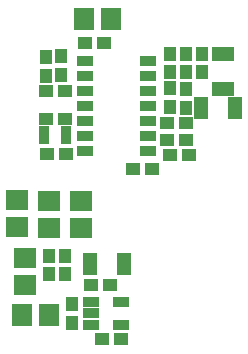
<source format=gbp>
G04*
G04 #@! TF.GenerationSoftware,Altium Limited,Altium Designer,22.8.2 (66)*
G04*
G04 Layer_Color=128*
%FSLAX25Y25*%
%MOIN*%
G70*
G04*
G04 #@! TF.SameCoordinates,CEF463C0-22AA-4E03-8404-DDFA2DAA14BC*
G04*
G04*
G04 #@! TF.FilePolarity,Positive*
G04*
G01*
G75*
%ADD20R,0.04800X0.04100*%
%ADD21R,0.04100X0.04800*%
%ADD48R,0.03756X0.06118*%
%ADD51R,0.07693X0.06512*%
%ADD52R,0.06512X0.07693*%
%ADD208R,0.05646X0.03284*%
%ADD209R,0.05331X0.03362*%
%ADD210R,0.04543X0.07299*%
%ADD211R,0.07299X0.04543*%
D20*
X345669Y91732D02*
D03*
X351969D02*
D03*
X351575Y112598D02*
D03*
X345275D02*
D03*
X351575Y103543D02*
D03*
X345275D02*
D03*
X385826Y101969D02*
D03*
X392126D02*
D03*
X360236Y48031D02*
D03*
X366536D02*
D03*
X392914Y91339D02*
D03*
X386614D02*
D03*
X364568Y128740D02*
D03*
X358268D02*
D03*
X380709Y86614D02*
D03*
X374409D02*
D03*
X364173Y29921D02*
D03*
X370473D02*
D03*
X392127Y96457D02*
D03*
X385827D02*
D03*
D21*
X350394Y124410D02*
D03*
Y118110D02*
D03*
X346457Y57874D02*
D03*
Y51574D02*
D03*
X351575Y57874D02*
D03*
Y51574D02*
D03*
X353937Y41733D02*
D03*
Y35433D02*
D03*
X386614Y125198D02*
D03*
Y118898D02*
D03*
X397244Y118897D02*
D03*
Y125197D02*
D03*
X386614Y113780D02*
D03*
Y107480D02*
D03*
X345276Y117717D02*
D03*
Y124016D02*
D03*
X392126Y118898D02*
D03*
Y125198D02*
D03*
Y107086D02*
D03*
Y113386D02*
D03*
D48*
X352165Y98032D02*
D03*
X344685D02*
D03*
D51*
X335827Y67323D02*
D03*
Y76323D02*
D03*
X346457Y76153D02*
D03*
Y67154D02*
D03*
X357087D02*
D03*
Y76153D02*
D03*
X338189Y48087D02*
D03*
Y57087D02*
D03*
D52*
X358098Y136614D02*
D03*
X367098D02*
D03*
X346457Y38189D02*
D03*
X337457D02*
D03*
D208*
X358425Y92874D02*
D03*
Y97874D02*
D03*
Y102874D02*
D03*
Y107874D02*
D03*
Y112874D02*
D03*
Y117874D02*
D03*
Y122874D02*
D03*
X379370Y92874D02*
D03*
Y97874D02*
D03*
Y102874D02*
D03*
Y107874D02*
D03*
Y112874D02*
D03*
Y117874D02*
D03*
Y122874D02*
D03*
D209*
X360236Y34843D02*
D03*
Y38583D02*
D03*
Y42323D02*
D03*
X370473D02*
D03*
Y34843D02*
D03*
D210*
X371457Y55118D02*
D03*
X360039Y55118D02*
D03*
X408502Y106961D02*
D03*
X397085D02*
D03*
D211*
X404205Y113545D02*
D03*
Y124962D02*
D03*
M02*

</source>
